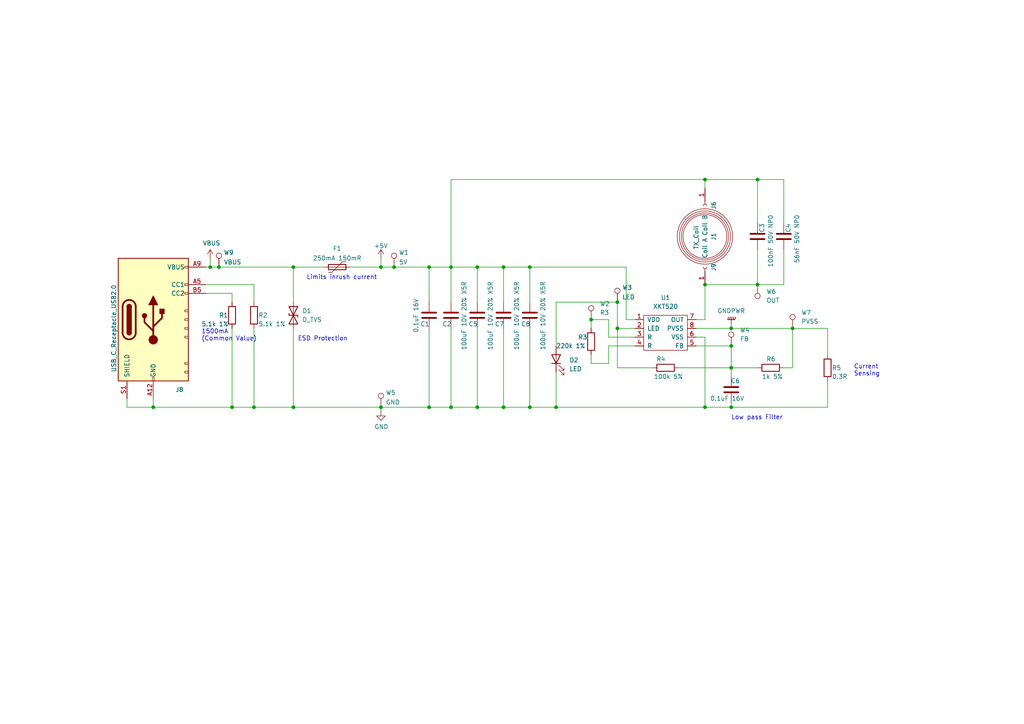
<source format=kicad_sch>
(kicad_sch (version 20211123) (generator eeschema)
  (paper "A4")
  (lib_symbols
    (symbol "Connector:Conn_01x01_Female" (pin_names (offset 1.016) hide)
      (property "Reference" "J" (at 0 2.54 0))
      (property "Value" "Conn_01x01_Female" (at 0 -2.54 0))
      (symbol "Conn_01x01_Female_1_1"
        (polyline (pts (xy -1.27 0) (xy -0.508 0)) (stroke (width 0.1524)))
        (arc (start 0 0.508) (mid -0.508 0) (end 0 -0.508) (stroke (width 0.1524)))
        (pin passive line (at -5.08 0 0) (length 3.81) (name "Pin_1") (number "1"))
      )
    )
    (symbol "Device:C" (pin_numbers hide) (pin_names (offset 0.254))
      (property "Reference" "C" (at 0.635 2.54 0))
      (property "Value" "C" (at 0.635 -2.54 0))
      (symbol "C_0_1"
        (polyline (pts (xy -2.032 -0.762) (xy 2.032 -0.762)) (stroke (width 0.508)))
        (polyline (pts (xy -2.032 0.762) (xy 2.032 0.762)) (stroke (width 0.508)))
      )
      (symbol "C_1_1"
        (pin passive line (at 0 3.81 270) (length 2.794) (name "~") (number "1"))
        (pin passive line (at 0 -3.81 90) (length 2.794) (name "~") (number "2"))
      )
    )
    (symbol "Device:D_TVS" (pin_numbers hide) (pin_names (offset 1.016) hide)
      (property "Reference" "D" (at 0 2.54 0))
      (property "Value" "D_TVS" (at 0 -2.54 0))
      (symbol "D_TVS_0_1"
        (polyline (pts (xy 1.27 0) (xy -1.27 0)))
        (polyline (pts (xy 0.508 1.27) (xy 0 1.27) (xy 0 -1.27) (xy -0.508 -1.27)) (stroke (width 0.254)))
        (polyline (pts (xy -2.54 1.27) (xy -2.54 -1.27) (xy 2.54 1.27) (xy 2.54 -1.27) (xy -2.54 1.27)) (stroke (width 0.254)))
      )
      (symbol "D_TVS_1_1"
        (pin passive line (at -3.81 0 0) (length 2.54) (name "A1") (number "1"))
        (pin passive line (at 3.81 0 180) (length 2.54) (name "A2") (number "2"))
      )
    )
    (symbol "Device:LED" (pin_numbers hide) (pin_names (offset 1.016) hide)
      (property "Reference" "D" (at 0 2.54 0))
      (property "Value" "LED" (at 0 -2.54 0))
      (symbol "LED_0_1"
        (polyline (pts (xy -1.27 -1.27) (xy -1.27 1.27)) (stroke (width 0.254)))
        (polyline (pts (xy -1.27 0) (xy 1.27 0)))
        (polyline (pts (xy 1.27 -1.27) (xy 1.27 1.27) (xy -1.27 0) (xy 1.27 -1.27)) (stroke (width 0.254)))
        (polyline (pts (xy -3.048 -0.762) (xy -4.572 -2.286) (xy -3.81 -2.286) (xy -4.572 -2.286) (xy -4.572 -1.524)))
        (polyline (pts (xy -1.778 -0.762) (xy -3.302 -2.286) (xy -2.54 -2.286) (xy -3.302 -2.286) (xy -3.302 -1.524)))
      )
      (symbol "LED_1_1"
        (pin passive line (at -3.81 0 0) (length 2.54) (name "K") (number "1"))
        (pin passive line (at 3.81 0 180) (length 2.54) (name "A") (number "2"))
      )
    )
    (symbol "Device:Polyfuse" (pin_numbers hide) (pin_names (offset 0))
      (property "Reference" "F" (at -2.54 0 90))
      (property "Value" "Polyfuse" (at 2.54 0 90))
      (symbol "Polyfuse_0_1"
        (rectangle (start -0.762 2.54) (end 0.762 -2.54) (stroke (width 0.254)))
        (polyline (pts (xy 0 2.54) (xy 0 -2.54)))
        (polyline (pts (xy -1.524 2.54) (xy -1.524 1.524) (xy 1.524 -1.524) (xy 1.524 -2.54)))
      )
      (symbol "Polyfuse_1_1"
        (pin passive line (at 0 3.81 270) (length 1.27) (name "~") (number "1"))
        (pin passive line (at 0 -3.81 90) (length 1.27) (name "~") (number "2"))
      )
    )
    (symbol "Device:R" (pin_numbers hide) (pin_names (offset 0))
      (property "Reference" "R" (at 2.032 0 90))
      (property "Value" "R" (at 0 0 90))
      (symbol "R_0_1"
        (rectangle (start -1.016 -2.54) (end 1.016 2.54) (stroke (width 0.254)))
      )
      (symbol "R_1_1"
        (pin passive line (at 0 3.81 270) (length 1.27) (name "~") (number "1"))
        (pin passive line (at 0 -3.81 90) (length 1.27) (name "~") (number "2"))
      )
    )
    (symbol "Pixels-dice:TEST_1P-conn" (pin_numbers hide) (pin_names (offset 0.762) hide)
      (property "Reference" "W" (at 0 6.858 0))
      (property "Value" "TEST_1P-conn" (at 0 5.08 0))
      (symbol "TEST_1P-conn_0_1"
        (circle (center 0 3.302) (radius 0.762))
      )
      (symbol "TEST_1P-conn_1_1"
        (pin passive line (at 0 0 90) (length 2.54) (name "1") (number "1"))
      )
    )
    (symbol "Pixels-dice:TX_Coil"
      (property "Reference" "J" (at 0 10.16 0))
      (property "Value" "TX_Coil" (at 0 -10.16 0))
      (symbol "TX_Coil_0_1"
        (circle (center 0 0) (radius 6.35))
        (circle (center 0 0) (radius 6.8392))
        (circle (center 0 0) (radius 7.4053))
        (circle (center 0 0) (radius 8.0322))
      )
    )
    (symbol "Pixels-dice:USB_C_Receptacle_USB2.0" (pin_names (offset 1.016))
      (property "Reference" "J" (at -10.16 19.05 0))
      (property "Value" "USB_C_Receptacle_USB2.0" (at 19.05 19.05 0))
      (symbol "USB_C_Receptacle_USB2.0_0_0"
        (rectangle (start -0.254 -17.78) (end 0.254 -16.764))
        (rectangle (start 10.16 -14.986) (end 9.144 -15.494))
        (rectangle (start 10.16 -12.446) (end 9.144 -12.954))
        (rectangle (start 10.16 -4.826) (end 9.144 -5.334))
        (rectangle (start 10.16 -2.286) (end 9.144 -2.794))
        (rectangle (start 10.16 0.254) (end 9.144 -0.254))
        (rectangle (start 10.16 2.794) (end 9.144 2.286))
        (rectangle (start 10.16 7.874) (end 9.144 7.366))
        (rectangle (start 10.16 10.414) (end 9.144 9.906))
        (rectangle (start 10.16 15.494) (end 9.144 14.986))
      )
      (symbol "USB_C_Receptacle_USB2.0_0_1"
        (rectangle (start -10.16 17.78) (end 10.16 -17.78) (stroke (width 0.254)) (fill (type background)))
        (arc (start -8.89 -3.81) (mid -6.985 -5.715) (end -5.08 -3.81) (stroke (width 0.508)))
        (arc (start -7.62 -3.81) (mid -6.985 -4.445) (end -6.35 -3.81) (stroke (width 0.254)))
        (arc (start -7.62 -3.81) (mid -6.985 -4.445) (end -6.35 -3.81) (stroke (width 0.254)) (fill (type outline)))
        (rectangle (start -7.62 -3.81) (end -6.35 3.81) (stroke (width 0.254)) (fill (type outline)))
        (arc (start -6.35 3.81) (mid -6.985 4.445) (end -7.62 3.81) (stroke (width 0.254)))
        (arc (start -6.35 3.81) (mid -6.985 4.445) (end -7.62 3.81) (stroke (width 0.254)) (fill (type outline)))
        (arc (start -5.08 3.81) (mid -6.985 5.715) (end -8.89 3.81) (stroke (width 0.508)))
        (circle (center -2.54 1.143) (radius 0.635) (stroke (width 0.254)) (fill (type outline)))
        (circle (center 0 -5.842) (radius 1.27) (fill (type outline)))
        (polyline (pts (xy -8.89 -3.81) (xy -8.89 3.81)) (stroke (width 0.508)))
        (polyline (pts (xy -5.08 3.81) (xy -5.08 -3.81)) (stroke (width 0.508)))
        (polyline (pts (xy 0 -5.842) (xy 0 4.318)) (stroke (width 0.508)))
        (polyline (pts (xy 0 -3.302) (xy -2.54 -0.762) (xy -2.54 0.508)) (stroke (width 0.508)))
        (polyline (pts (xy 0 -2.032) (xy 2.54 0.508) (xy 2.54 1.778)) (stroke (width 0.508)))
        (polyline (pts (xy -1.27 4.318) (xy 0 6.858) (xy 1.27 4.318) (xy -1.27 4.318)) (stroke (width 0.254)) (fill (type outline)))
        (rectangle (start 1.905 1.778) (end 3.175 3.048) (stroke (width 0.254)) (fill (type outline)))
      )
      (symbol "USB_C_Receptacle_USB2.0_1_1"
        (pin passive line (at 0 -22.86 90) (length 5.08) (name "GND") (number "A12"))
        (pin bidirectional line (at 15.24 10.16 180) (length 5.08) (name "CC1") (number "A5"))
        (pin passive line (at 15.24 15.24 180) (length 5.08) (name "VBUS") (number "A9"))
        (pin passive line (at 0 -22.86 90) (length 5.08) hide (name "GND") (number "B12"))
        (pin bidirectional line (at 15.24 7.62 180) (length 5.08) (name "CC2") (number "B5"))
        (pin passive line (at 15.24 15.24 180) (length 5.08) hide (name "VBUS") (number "B9"))
        (pin passive line (at -7.62 -22.86 90) (length 5.08) (name "SHIELD") (number "S1"))
      )
    )
    (symbol "Pixels-dice:XKT520" (pin_names (offset 1.016))
      (property "Reference" "U" (at 0 6.35 0))
      (property "Value" "XKT520" (at 0 -6.35 0))
      (symbol "XKT520_0_1"
        (rectangle (start -6.35 5.08) (end 6.35 -5.08))
      )
      (symbol "XKT520_1_1"
        (pin power_in line (at -8.89 3.81 0) (length 2.54) (name "VDD") (number "1"))
        (pin output line (at -8.89 1.27 0) (length 2.54) (name "LED") (number "2"))
        (pin passive line (at -8.89 -1.27 0) (length 2.54) (name "R") (number "3"))
        (pin passive line (at -8.89 -3.81 0) (length 2.54) (name "R") (number "4"))
        (pin input line (at 8.89 -3.81 180) (length 2.54) (name "FB") (number "5"))
        (pin power_in line (at 8.89 -1.27 180) (length 2.54) (name "VSS") (number "6"))
        (pin output line (at 8.89 3.81 180) (length 2.54) (name "OUT") (number "7"))
        (pin output line (at 8.89 1.27 180) (length 2.54) (name "PVSS") (number "8"))
      )
    )
    (symbol "power:+5V" (power) (pin_names (offset 0))
      (property "Value" "+5V" (at 0 3.556 0))
      (symbol "+5V_0_1"
        (polyline (pts (xy -0.762 1.27) (xy 0 2.54)))
        (polyline (pts (xy 0 0) (xy 0 2.54)))
        (polyline (pts (xy 0 2.54) (xy 0.762 1.27)))
      )
      (symbol "+5V_1_1"
        (pin power_in line (at 0 0 90) (length 0) hide (name "+5V") (number "1"))
      )
    )
    (symbol "power:GND" (power) (pin_names (offset 0))
      (property "Value" "GND" (at 0 -3.81 0))
      (symbol "GND_0_1"
        (polyline (pts (xy 0 0) (xy 0 -1.27) (xy 1.27 -1.27) (xy 0 -2.54) (xy -1.27 -1.27) (xy 0 -1.27)))
      )
      (symbol "GND_1_1"
        (pin power_in line (at 0 0 270) (length 0) hide (name "GND") (number "1"))
      )
    )
    (symbol "power:GNDPWR" (power) (pin_names (offset 0))
      (property "Value" "GNDPWR" (at 0 -3.302 0))
      (symbol "GNDPWR_0_1"
        (polyline (pts (xy 0 -1.27) (xy 0 0)))
        (polyline (pts (xy -1.016 -1.27) (xy -1.27 -2.032) (xy -1.27 -2.032)) (stroke (width 0.2032)))
        (polyline (pts (xy -0.508 -1.27) (xy -0.762 -2.032) (xy -0.762 -2.032)) (stroke (width 0.2032)))
        (polyline (pts (xy 0 -1.27) (xy -0.254 -2.032) (xy -0.254 -2.032)) (stroke (width 0.2032)))
        (polyline (pts (xy 0.508 -1.27) (xy 0.254 -2.032) (xy 0.254 -2.032)) (stroke (width 0.2032)))
        (polyline (pts (xy 1.016 -1.27) (xy -1.016 -1.27) (xy -1.016 -1.27)) (stroke (width 0.2032)))
        (polyline (pts (xy 1.016 -1.27) (xy 0.762 -2.032) (xy 0.762 -2.032) (xy 0.762 -2.032)) (stroke (width 0.2032)))
      )
      (symbol "GNDPWR_1_1"
        (pin power_in line (at 0 0 270) (length 0) hide (name "GNDPWR") (number "1"))
      )
    )
    (symbol "power:VBUS" (power) (pin_names (offset 0))
      (property "Value" "VBUS" (at 0 3.81 0))
      (symbol "VBUS_0_1"
        (polyline (pts (xy -0.762 1.27) (xy 0 2.54)))
        (polyline (pts (xy 0 0) (xy 0 2.54)))
        (polyline (pts (xy 0 2.54) (xy 0.762 1.27)))
      )
      (symbol "VBUS_1_1"
        (pin power_in line (at 0 0 90) (length 0) hide (name "VBUS") (number "1"))
      )
    )
  )
  (junction (at 204.47 52.07))
  (junction (at 110.49 77.47))
  (junction (at 130.81 77.47))
  (junction (at 212.09 100.33))
  (junction (at 146.05 118.11))
  (junction (at 138.43 77.47))
  (junction (at 219.71 82.55))
  (junction (at 153.67 118.11))
  (junction (at 130.81 118.11))
  (junction (at 110.49 118.11))
  (junction (at 124.46 118.11))
  (junction (at 44.45 118.11))
  (junction (at 73.66 118.11))
  (junction (at 67.31 118.11))
  (junction (at 212.09 106.68))
  (junction (at 161.29 118.11))
  (junction (at 85.09 118.11))
  (junction (at 153.67 77.47))
  (junction (at 60.96 77.47))
  (junction (at 219.71 52.07))
  (junction (at 114.3 77.47))
  (junction (at 63.5 77.47))
  (junction (at 146.05 77.47))
  (junction (at 138.43 118.11))
  (junction (at 212.09 118.11))
  (junction (at 204.47 82.55))
  (junction (at 124.46 77.47))
  (junction (at 229.87 95.25))
  (junction (at 179.07 95.25))
  (junction (at 212.09 95.25))
  (junction (at 179.07 87.63))
  (junction (at 204.47 118.11))
  (junction (at 85.09 77.47))
  (junction (at 171.45 92.71))
  (wire (pts (xy 176.53 92.71) (xy 171.45 92.71)))
  (wire (pts (xy 130.81 118.11) (xy 138.43 118.11)))
  (wire (pts (xy 227.33 106.68) (xy 229.87 106.68)))
  (wire (pts (xy 212.09 93.98) (xy 212.09 95.25)))
  (wire (pts (xy 176.53 105.41) (xy 171.45 105.41)))
  (wire (pts (xy 204.47 54.61) (xy 204.47 52.07)))
  (wire (pts (xy 219.71 82.55) (xy 204.47 82.55)))
  (wire (pts (xy 153.67 95.25) (xy 153.67 118.11)))
  (wire (pts (xy 161.29 118.11) (xy 204.47 118.11)))
  (wire (pts (xy 212.09 106.68) (xy 212.09 109.22)))
  (wire (pts (xy 179.07 106.68) (xy 189.23 106.68)))
  (wire (pts (xy 204.47 92.71) (xy 201.93 92.71)))
  (wire (pts (xy 212.09 95.25) (xy 229.87 95.25)))
  (wire (pts (xy 212.09 106.68) (xy 219.71 106.68)))
  (wire (pts (xy 176.53 92.71) (xy 176.53 97.79)))
  (wire (pts (xy 212.09 100.33) (xy 201.93 100.33)))
  (wire (pts (xy 196.85 106.68) (xy 212.09 106.68)))
  (wire (pts (xy 179.07 95.25) (xy 179.07 87.63)))
  (wire (pts (xy 146.05 95.25) (xy 146.05 118.11)))
  (wire (pts (xy 73.66 118.11) (xy 85.09 118.11)))
  (wire (pts (xy 67.31 118.11) (xy 73.66 118.11)))
  (wire (pts (xy 130.81 52.07) (xy 204.47 52.07)))
  (wire (pts (xy 184.15 97.79) (xy 176.53 97.79)))
  (wire (pts (xy 130.81 77.47) (xy 138.43 77.47)))
  (wire (pts (xy 153.67 77.47) (xy 181.61 77.47)))
  (wire (pts (xy 219.71 72.39) (xy 219.71 82.55)))
  (wire (pts (xy 219.71 52.07) (xy 204.47 52.07)))
  (wire (pts (xy 146.05 118.11) (xy 153.67 118.11)))
  (wire (pts (xy 110.49 118.11) (xy 110.49 119.38)))
  (wire (pts (xy 110.49 118.11) (xy 124.46 118.11)))
  (wire (pts (xy 176.53 105.41) (xy 176.53 100.33)))
  (wire (pts (xy 219.71 52.07) (xy 219.71 64.77)))
  (wire (pts (xy 85.09 95.25) (xy 85.09 118.11)))
  (wire (pts (xy 60.96 74.93) (xy 60.96 77.47)))
  (wire (pts (xy 85.09 77.47) (xy 85.09 87.63)))
  (wire (pts (xy 130.81 77.47) (xy 130.81 87.63)))
  (wire (pts (xy 179.07 87.63) (xy 161.29 87.63)))
  (wire (pts (xy 229.87 95.25) (xy 240.03 95.25)))
  (wire (pts (xy 204.47 97.79) (xy 204.47 118.11)))
  (wire (pts (xy 36.83 115.57) (xy 36.83 118.11)))
  (wire (pts (xy 130.81 52.07) (xy 130.81 77.47)))
  (wire (pts (xy 85.09 77.47) (xy 93.98 77.47)))
  (wire (pts (xy 204.47 82.55) (xy 204.47 92.71)))
  (wire (pts (xy 240.03 118.11) (xy 212.09 118.11)))
  (wire (pts (xy 85.09 118.11) (xy 110.49 118.11)))
  (wire (pts (xy 227.33 72.39) (xy 227.33 82.55)))
  (wire (pts (xy 73.66 95.25) (xy 73.66 118.11)))
  (wire (pts (xy 67.31 85.09) (xy 67.31 87.63)))
  (wire (pts (xy 227.33 82.55) (xy 219.71 82.55)))
  (wire (pts (xy 227.33 52.07) (xy 219.71 52.07)))
  (wire (pts (xy 44.45 118.11) (xy 67.31 118.11)))
  (wire (pts (xy 176.53 100.33) (xy 184.15 100.33)))
  (wire (pts (xy 212.09 106.68) (xy 212.09 100.33)))
  (wire (pts (xy 179.07 95.25) (xy 184.15 95.25)))
  (wire (pts (xy 124.46 95.25) (xy 124.46 118.11)))
  (wire (pts (xy 138.43 95.25) (xy 138.43 118.11)))
  (wire (pts (xy 138.43 118.11) (xy 146.05 118.11)))
  (wire (pts (xy 124.46 77.47) (xy 130.81 77.47)))
  (wire (pts (xy 181.61 77.47) (xy 181.61 92.71)))
  (wire (pts (xy 130.81 95.25) (xy 130.81 118.11)))
  (wire (pts (xy 229.87 106.68) (xy 229.87 95.25)))
  (wire (pts (xy 161.29 107.95) (xy 161.29 118.11)))
  (wire (pts (xy 171.45 105.41) (xy 171.45 102.87)))
  (wire (pts (xy 110.49 74.93) (xy 110.49 77.47)))
  (wire (pts (xy 181.61 92.71) (xy 184.15 92.71)))
  (wire (pts (xy 227.33 64.77) (xy 227.33 52.07)))
  (wire (pts (xy 171.45 92.71) (xy 171.45 95.25)))
  (wire (pts (xy 138.43 77.47) (xy 138.43 87.63)))
  (wire (pts (xy 161.29 87.63) (xy 161.29 100.33)))
  (wire (pts (xy 153.67 118.11) (xy 161.29 118.11)))
  (wire (pts (xy 240.03 95.25) (xy 240.03 102.87)))
  (wire (pts (xy 114.3 77.47) (xy 124.46 77.47)))
  (wire (pts (xy 101.6 77.47) (xy 110.49 77.47)))
  (wire (pts (xy 36.83 118.11) (xy 44.45 118.11)))
  (wire (pts (xy 59.69 85.09) (xy 67.31 85.09)))
  (wire (pts (xy 73.66 82.55) (xy 73.66 87.63)))
  (wire (pts (xy 59.69 82.55) (xy 73.66 82.55)))
  (wire (pts (xy 201.93 95.25) (xy 212.09 95.25)))
  (wire (pts (xy 240.03 110.49) (xy 240.03 118.11)))
  (wire (pts (xy 153.67 77.47) (xy 153.67 87.63)))
  (wire (pts (xy 59.69 77.47) (xy 60.96 77.47)))
  (wire (pts (xy 44.45 115.57) (xy 44.45 118.11)))
  (wire (pts (xy 110.49 77.47) (xy 114.3 77.47)))
  (wire (pts (xy 179.07 95.25) (xy 179.07 106.68)))
  (wire (pts (xy 124.46 87.63) (xy 124.46 77.47)))
  (wire (pts (xy 146.05 77.47) (xy 146.05 87.63)))
  (wire (pts (xy 204.47 97.79) (xy 201.93 97.79)))
  (wire (pts (xy 204.47 118.11) (xy 212.09 118.11)))
  (wire (pts (xy 138.43 77.47) (xy 146.05 77.47)))
  (wire (pts (xy 60.96 77.47) (xy 63.5 77.47)))
  (wire (pts (xy 67.31 95.25) (xy 67.31 118.11)))
  (wire (pts (xy 212.09 116.84) (xy 212.09 118.11)))
  (wire (pts (xy 63.5 77.47) (xy 85.09 77.47)))
  (wire (pts (xy 146.05 77.47) (xy 153.67 77.47)))
  (wire (pts (xy 124.46 118.11) (xy 130.81 118.11)))
  (text "ESD Protection" (at 86.36 99.06 0) (effects (font (size 1.27 1.27)) (justify left bottom)))
  (text "Current\nSensing" (at 247.65 109.22 0) (effects (font (size 1.27 1.27)) (justify left bottom)))
  (text "Low pass Filter" (at 212.09 121.92 0) (effects (font (size 1.27 1.27)) (justify left bottom)))
  (text "Limits inrush current" (at 88.9 81.28 0) (effects (font (size 1.27 1.27)) (justify left bottom)))
  (text "1500mA\n(Common Value)" (at 58.42 99.06 0) (effects (font (size 1.27 1.27)) (justify left bottom)))
  (symbol (lib_id "Pixels-dice:USB_C_Receptacle_USB2.0") (at 44.45 92.71 0) (unit 1)
    (property "Reference" "J8" (at 52.07 113.03 0))
    (property "Value" "USB_C_Receptacle_USB2.0" (at 33.02 95.25 90))
    (property "Footprint" "Pixels-dice:USB-C-SMD_10P-P1.00-L6.8-W8.9" (effects hide))
    (property "Datasheet" "https://www.usb.org/sites/default/files/documents/usb_type-c.zip" (effects hide))
    (property "LCSC Part Number" "C283540" (effects hide))
    (property "Part Number" "TYPE-C-31-M-17" (effects hide))
    (property "Manufacturer" "Korean Hroparts Elec" (effects hide))
    (property "Pixels Part Number" "SMD-J108" (effects hide))
  )
  (symbol (lib_id "Device:C") (at 227.33 68.58 0) (mirror x) (unit 1)
    (property "Reference" "C4" (at 228.6 64.77 90) (effects (justify left)))
    (property "Value" "56nF 50V NP0" (at 231.14 62.23 90) (effects (justify left)))
    (property "Footprint" "Capacitor_SMD:C_1206_3216Metric" (effects hide))
    (property "LCSC Part Number" "C441752" (effects hide))
    (property "Part Number" "GRM31M5C1H563JA01L" (effects hide))
    (property "Manufacturer" "Murata" (effects hide))
    (property "Pixels Part Number" "SMD-C104" (effects hide))
  )
  (symbol (lib_id "Device:R") (at 73.66 91.44 180) (unit 1)
    (property "Reference" "R2" (at 74.93 91.44 0) (effects (justify right)))
    (property "Value" "5.1k 1%" (at 74.93 93.98 0) (effects (justify right)))
    (property "Footprint" "Resistor_SMD:R_0402_1005Metric" (effects hide))
    (property "LCSC Part Number" "C25905" (effects hide))
    (property "Part Number" "0402WGF5101TCE" (effects hide))
    (property "Manufacturer" "UNI-ROYAL(Uniroyal Elec)" (effects hide))
    (property "Pixels Part Number" "SMD-R101" (effects hide))
  )
  (symbol (lib_id "Device:C") (at 130.81 91.44 0) (unit 1)
    (property "Reference" "C2" (at 128.27 93.98 0) (effects (justify left)))
    (property "Value" "100uF 10V 20% X5R" (at 134.62 101.6 90) (effects (justify left)))
    (property "Footprint" "Capacitor_SMD:C_1206_3216Metric" (effects hide))
    (property "LCSC Part Number" "C312983" (effects hide))
    (property "Part Number" "GRM31CR61A107ME05L" (effects hide))
    (property "Manufacturer" "Murata" (effects hide))
    (property "Pixels Part Number" "SMD-C102" (effects hide))
  )
  (symbol (lib_id "Device:C") (at 124.46 91.44 0) (unit 1)
    (property "Reference" "C1" (at 121.92 93.98 0) (effects (justify left)))
    (property "Value" "0.1uF 16V" (at 120.65 96.52 90) (effects (justify left)))
    (property "Footprint" "Capacitor_SMD:C_0603_1608Metric" (effects hide))
    (property "LCSC Part Number" "C66501" (effects hide))
    (property "Part Number" "CL10B104KO8NNNC" (effects hide))
    (property "Manufacturer" "Samsung Electro-Mechanics" (effects hide))
    (property "Pixels Part Number" "SMD-C101" (effects hide))
  )
  (symbol (lib_id "Connector:Conn_01x01_Female") (at 204.47 77.47 270) (mirror x) (unit 1)
    (property "Reference" "J9" (at 207.01 78.74 0) (effects (justify left)))
    (property "Value" "Coil A" (at 204.47 74.93 0) (effects (justify left)))
    (property "Footprint" "TestPoint:TestPoint_THTPad_D2.0mm_Drill1.0mm" (effects hide))
  )
  (symbol (lib_id "Connector:Conn_01x01_Female") (at 204.47 59.69 90) (mirror x) (unit 1)
    (property "Reference" "J6" (at 207.01 58.42 0) (effects (justify left)))
    (property "Value" "Coil B" (at 204.47 62.23 0) (effects (justify left)))
    (property "Footprint" "TestPoint:TestPoint_THTPad_D2.0mm_Drill1.0mm" (effects hide))
  )
  (symbol (lib_id "Device:R") (at 67.31 91.44 180) (unit 1)
    (property "Reference" "R1" (at 63.5 91.44 0) (effects (justify right)))
    (property "Value" "5.1k 1%" (at 58.42 93.98 0) (effects (justify right)))
    (property "Footprint" "Resistor_SMD:R_0402_1005Metric" (effects hide))
    (property "LCSC Part Number" "C25905" (effects hide))
    (property "Part Number" "0402WGF5101TCE" (effects hide))
    (property "Manufacturer" "UNI-ROYAL(Uniroyal Elec)" (effects hide))
    (property "Pixels Part Number" "SMD-R101" (effects hide))
  )
  (symbol (lib_id "power:VBUS") (at 60.96 74.93 0) (unit 1)
    (property "Reference" "#PWR01" (effects hide))
    (property "Value" "VBUS" (at 61.341 70.5358 0))
  )
  (symbol (lib_id "Pixels-dice:TEST_1P-conn") (at 229.87 95.25 0) (unit 1)
    (property "Reference" "W7" (at 232.41 90.6779 0) (effects (justify left)))
    (property "Value" "PVSS" (at 232.41 93.2179 0) (effects (justify left)))
    (property "Footprint" "Pixels-dice:TEST_PIN" (effects hide))
  )
  (symbol (lib_id "Pixels-dice:TEST_1P-conn") (at 212.09 100.33 0) (unit 1)
    (property "Reference" "W4" (at 214.63 95.7579 0) (effects (justify left)))
    (property "Value" "FB" (at 214.63 98.2979 0) (effects (justify left)))
    (property "Footprint" "Pixels-dice:TEST_PIN" (effects hide))
  )
  (symbol (lib_id "Pixels-dice:TEST_1P-conn") (at 171.45 92.71 0) (unit 1)
    (property "Reference" "W2" (at 173.99 88.1379 0) (effects (justify left)))
    (property "Value" "R3" (at 173.99 90.6779 0) (effects (justify left)))
    (property "Footprint" "Pixels-dice:TEST_PIN" (effects hide))
  )
  (symbol (lib_id "Device:LED") (at 161.29 104.14 90) (unit 1)
    (property "Reference" "D2" (at 165.1 104.4574 90) (effects (justify right)))
    (property "Value" "LED" (at 165.1 106.9974 90) (effects (justify right)))
    (property "Footprint" "LED_SMD:LED_0603_1608Metric" (effects hide))
    (property "LCSC Part Number" "C965860" (effects hide))
    (property "Manufacturer" "XINGLIGHT" (effects hide))
    (property "Part Number" "XL-1606SURC" (effects hide))
  )
  (symbol (lib_id "Device:C") (at 219.71 68.58 0) (mirror x) (unit 1)
    (property "Reference" "C3" (at 220.98 64.77 90) (effects (justify left)))
    (property "Value" "100nF 50V NP0" (at 223.52 62.23 90) (effects (justify left)))
    (property "Footprint" "Capacitor_SMD:C_1206_3216Metric" (effects hide))
    (property "LCSC Part Number" "C21812" (effects hide))
    (property "Part Number" "GRM31C5C1H104JA01L" (effects hide))
    (property "Manufacturer" "Murata" (effects hide))
    (property "Pixels Part Number" "SMD-C103" (effects hide))
  )
  (symbol (lib_id "power:GNDPWR") (at 212.09 93.98 180) (unit 1)
    (property "Reference" "#PWR02" (effects hide))
    (property "Value" "GNDPWR" (at 212.09 90.17 0))
  )
  (symbol (lib_id "Pixels-dice:TEST_1P-conn") (at 110.49 118.11 0) (unit 1)
    (property "Reference" "W5" (at 111.887 113.8995 0) (effects (justify left)))
    (property "Value" "GND" (at 111.887 116.6746 0) (effects (justify left)))
    (property "Footprint" "Pixels-dice:TEST_PIN" (effects hide))
  )
  (symbol (lib_id "power:GND") (at 110.49 119.38 0) (unit 1)
    (property "Reference" "#PWR03" (effects hide))
    (property "Value" "GND" (at 110.617 123.7742 0))
  )
  (symbol (lib_id "Pixels-dice:TEST_1P-conn") (at 179.07 87.63 0) (unit 1)
    (property "Reference" "W3" (at 180.467 83.4195 0) (effects (justify left)))
    (property "Value" "LED" (at 180.467 86.1946 0) (effects (justify left)))
    (property "Footprint" "Pixels-dice:TEST_PIN" (effects hide))
  )
  (symbol (lib_id "Pixels-dice:TEST_1P-conn") (at 114.3 77.47 0) (unit 1)
    (property "Reference" "W1" (at 115.697 73.2595 0) (effects (justify left)))
    (property "Value" "5V" (at 115.697 76.0346 0) (effects (justify left)))
    (property "Footprint" "Pixels-dice:TEST_PIN" (effects hide))
  )
  (symbol (lib_id "Pixels-dice:TEST_1P-conn") (at 219.71 82.55 180) (unit 1)
    (property "Reference" "W6" (at 222.25 84.5819 0) (effects (justify right)))
    (property "Value" "OUT" (at 222.25 87.1219 0) (effects (justify right)))
    (property "Footprint" "Pixels-dice:TEST_PIN" (effects hide))
  )
  (symbol (lib_id "Device:C") (at 146.05 91.44 0) (unit 1)
    (property "Reference" "C7" (at 143.51 93.98 0) (effects (justify left)))
    (property "Value" "100uF 10V 20% X5R" (at 149.86 101.6 90) (effects (justify left)))
    (property "Footprint" "Capacitor_SMD:C_1206_3216Metric" (effects hide))
    (property "LCSC Part Number" "C312983" (effects hide))
    (property "Part Number" "GRM31CR61A107ME05L" (effects hide))
    (property "Manufacturer" "Murata" (effects hide))
    (property "Pixels Part Number" "SMD-C102" (effects hide))
  )
  (symbol (lib_id "Device:R") (at 223.52 106.68 90) (unit 1)
    (property "Reference" "R6" (at 222.25 104.14 90) (effects (justify right)))
    (property "Value" "1k 5%" (at 220.98 109.22 90) (effects (justify right)))
    (property "Footprint" "Resistor_SMD:R_0402_1005Metric" (effects hide))
    (property "LCSC Part Number" "C25543" (effects hide))
    (property "Part Number" "0402WGJ0102TCE" (effects hide))
    (property "Manufacturer" "UNI-ROYAL(Uniroyal Elec)" (effects hide))
  )
  (symbol (lib_id "Device:C") (at 212.09 113.03 180) (unit 1)
    (property "Reference" "C6" (at 214.63 110.49 0) (effects (justify left)))
    (property "Value" "0.1uF 16V" (at 215.9 115.57 0) (effects (justify left)))
    (property "Footprint" "Capacitor_SMD:C_0603_1608Metric" (effects hide))
    (property "LCSC Part Number" "C66501" (effects hide))
    (property "Part Number" "CL10B104KO8NNNC" (effects hide))
    (property "Manufacturer" "Samsung Electro-Mechanics" (effects hide))
    (property "Pixels Part Number" "SMD-C101" (effects hide))
  )
  (symbol (lib_id "Pixels-dice:XKT520") (at 193.04 96.52 0) (unit 1)
    (property "Reference" "U1" (at 193.04 86.36 0))
    (property "Value" "XKT520" (at 193.04 88.9 0))
    (property "Footprint" "Pixels-dice:SOIC-8_3.9x4.9mm_P1.27mm" (effects hide))
  )
  (symbol (lib_id "Device:D_TVS") (at 85.09 91.44 270) (unit 1)
    (property "Reference" "D1" (at 87.63 90.1699 90) (effects (justify left)))
    (property "Value" "D_TVS" (at 87.63 92.7099 90) (effects (justify left)))
    (property "Footprint" "Pixels-dice:DFN" (effects hide))
    (property "Manufacturer" "Murata" (effects hide))
    (property "Part Number" "LXES1UTAA1-157" (effects hide))
    (property "LCSC Part Number" "C5210979" (effects hide))
  )
  (symbol (lib_id "Device:C") (at 138.43 91.44 0) (unit 1)
    (property "Reference" "C5" (at 135.89 93.98 0) (effects (justify left)))
    (property "Value" "100uF 10V 20% X5R" (at 142.24 101.6 90) (effects (justify left)))
    (property "Footprint" "Capacitor_SMD:C_1206_3216Metric" (effects hide))
    (property "LCSC Part Number" "C312983" (effects hide))
    (property "Part Number" "GRM31CR61A107ME05L" (effects hide))
    (property "Manufacturer" "Murata" (effects hide))
    (property "Pixels Part Number" "SMD-C102" (effects hide))
  )
  (symbol (lib_id "power:+5V") (at 110.49 74.93 0) (unit 1)
    (property "Reference" "#PWR04" (effects hide))
    (property "Value" "+5V" (at 110.49 71.3255 0))
  )
  (symbol (lib_id "Device:R") (at 171.45 99.06 180) (unit 1)
    (property "Reference" "R3" (at 167.64 97.79 0) (effects (justify right)))
    (property "Value" "220k 1%" (at 161.29 100.33 0) (effects (justify right)))
    (property "Footprint" "Resistor_SMD:R_0402_1005Metric" (effects hide))
    (property "LCSC Part Number" "C25767" (effects hide))
    (property "Part Number" "0402WGF2203TCE" (effects hide))
    (property "Manufacturer" "UNI-ROYAL(Uniroyal Elec)" (effects hide))
  )
  (symbol (lib_id "Pixels-dice:TX_Coil") (at 204.47 68.58 0) (unit 1)
    (property "Reference" "J1" (at 207.01 69.85 90) (effects (justify left)))
    (property "Value" "TX_Coil" (at 201.93 72.39 90) (effects (justify left)))
    (property "Footprint" "Pixels-dice:TX Coil" (effects hide))
    (property "Pixels Part Number" "THT-TXCOIL-1" (effects hide))
  )
  (symbol (lib_id "Device:R") (at 240.03 106.68 180) (unit 1)
    (property "Reference" "R5" (at 241.3 106.68 0) (effects (justify right)))
    (property "Value" "0.3R" (at 241.3 109.22 0) (effects (justify right)))
    (property "Footprint" "Resistor_SMD:R_1206_3216Metric" (effects hide))
    (property "LCSC Part Number" "C327153" (effects hide))
    (property "Part Number" "RL1206JR-070R3L" (effects hide))
    (property "Manufacturer" "YAGEO" (effects hide))
  )
  (symbol (lib_id "Device:R") (at 193.04 106.68 270) (unit 1)
    (property "Reference" "R4" (at 193.04 104.14 90) (effects (justify right)))
    (property "Value" "100k 5%" (at 198.12 109.22 90) (effects (justify right)))
    (property "Footprint" "Resistor_SMD:R_0402_1005Metric" (effects hide))
    (property "LCSC Part Number" "C25741" (effects hide))
    (property "Part Number" "0402WGF1003TCE" (effects hide))
    (property "Manufacturer" "UNI-ROYAL(Uniroyal Elec)" (effects hide))
  )
  (symbol (lib_id "Device:C") (at 153.67 91.44 0) (unit 1)
    (property "Reference" "C8" (at 151.13 93.98 0) (effects (justify left)))
    (property "Value" "100uF 10V 20% X5R" (at 157.48 101.6 90) (effects (justify left)))
    (property "Footprint" "Capacitor_SMD:C_1206_3216Metric" (effects hide))
    (property "LCSC Part Number" "C312983" (effects hide))
    (property "Part Number" "GRM31CR61A107ME05L" (effects hide))
    (property "Manufacturer" "Murata" (effects hide))
    (property "Pixels Part Number" "SMD-C102" (effects hide))
  )
  (symbol (lib_id "Pixels-dice:TEST_1P-conn") (at 63.5 77.47 0) (unit 1)
    (property "Reference" "W9" (at 64.897 73.2595 0) (effects (justify left)))
    (property "Value" "VBUS" (at 64.897 76.0346 0) (effects (justify left)))
    (property "Footprint" "Pixels-dice:TEST_PIN" (effects hide))
  )
  (symbol (lib_id "Device:Polyfuse") (at 97.79 77.47 90) (unit 1)
    (property "Reference" "F1" (at 97.79 72.1065 90))
    (property "Value" "250mA 150mR" (at 97.79 74.8816 90))
    (property "Footprint" "Fuse:Fuse_1206_3216Metric" (effects hide))
    (property "Manufacturer" "BHFUSE" (effects hide))
    (property "Part Number" "BSMD1206-025-33V" (effects hide))
    (property "LCSC Part Number" "C2977524" (effects hide))
  )
)
</source>
